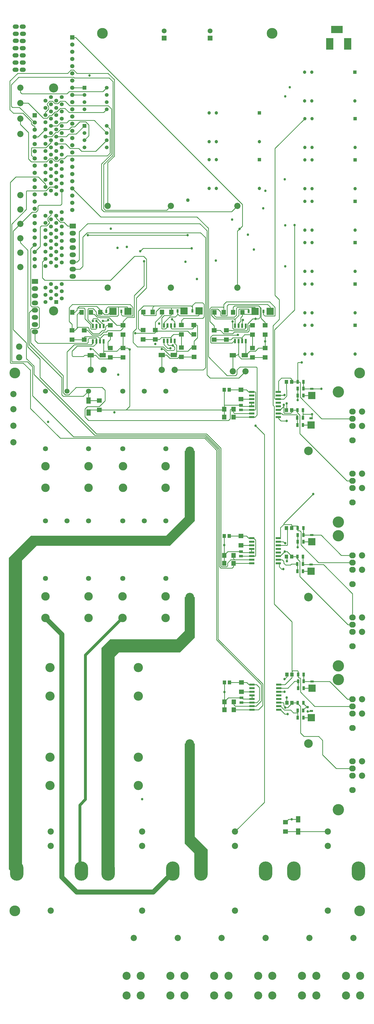
<source format=gbl>
G04*
G04 #@! TF.GenerationSoftware,Altium Limited,Altium Designer,24.4.1 (13)*
G04*
G04 Layer_Physical_Order=4*
G04 Layer_Color=16711680*
%FSLAX25Y25*%
%MOIN*%
G70*
G04*
G04 #@! TF.SameCoordinates,D6D0C77B-36A0-4D54-9E24-613302BCF265*
G04*
G04*
G04 #@! TF.FilePolarity,Positive*
G04*
G01*
G75*
%ADD10C,0.01000*%
%ADD16R,0.08858X0.06496*%
%ADD17R,0.06500X0.06000*%
%ADD18R,0.06000X0.06500*%
%ADD19R,0.04528X0.05709*%
%ADD20R,0.03000X0.05000*%
%ADD21R,0.10433X0.10000*%
%ADD24R,0.05787X0.03819*%
%ADD27R,0.02559X0.06004*%
%ADD79C,0.07000*%
%ADD80C,0.07087*%
%ADD81O,0.18898X0.26772*%
%ADD82C,0.08661*%
%ADD83C,0.12000*%
%ADD84O,0.09000X0.08300*%
%ADD85C,0.15748*%
%ADD86C,0.11811*%
%ADD87R,0.16000X0.10000*%
%ADD88R,0.10000X0.16000*%
%ADD89C,0.06791*%
%ADD90R,0.06791X0.06791*%
%ADD91R,0.04724X0.04724*%
%ADD92C,0.04724*%
%ADD93R,0.05248X0.05248*%
%ADD94C,0.05248*%
%ADD95C,0.11300*%
%ADD96C,0.08700*%
%ADD97C,0.14961*%
%ADD98O,0.08600X0.06000*%
%ADD99C,0.05906*%
%ADD100R,0.05906X0.05906*%
%ADD101C,0.12800*%
%ADD102O,0.09000X0.06500*%
%ADD103R,0.09000X0.06500*%
%ADD104C,0.12700*%
%ADD105C,0.05500*%
%ADD106R,0.05500X0.05500*%
%ADD107C,0.03400*%
%ADD108C,0.05000*%
%ADD109C,0.04000*%
%ADD110R,0.06496X0.08858*%
%ADD111R,0.03740X0.05709*%
%ADD112R,0.05000X0.03000*%
%ADD113R,0.10000X0.10433*%
%ADD114R,0.07677X0.02559*%
%ADD115C,0.05000*%
G36*
X660000Y907500D02*
X639500Y887000D01*
X554500Y887000D01*
X548500Y881000D01*
X548500Y583500D01*
X530000D01*
Y893500D01*
X542000Y905500D01*
X634500D01*
X646000Y917000D01*
Y964000D01*
X660000D01*
Y907500D01*
D02*
G37*
G36*
Y631000D02*
X678000Y613000D01*
Y583500D01*
Y583000D01*
Y582500D01*
X659500D01*
Y608000D01*
X646000Y621500D01*
Y760500D01*
X660000D01*
Y631000D01*
D02*
G37*
G36*
X660000Y1070000D02*
X625500Y1035500D01*
X440000D01*
X419500Y1015000D01*
Y578500D01*
X408500D01*
X401237Y585763D01*
Y1018737D01*
X432000Y1049500D01*
X620000D01*
X646000Y1075500D01*
Y1167500D01*
X660000D01*
X660000Y1070000D01*
D02*
G37*
D10*
X505900Y1365900D02*
X507000Y1364800D01*
X492800Y1360000D02*
X496000Y1363200D01*
X499200Y1368300D02*
X523500D01*
X496800Y1365900D02*
X505900D01*
X496800D02*
X499200Y1368300D01*
X496000Y1363200D02*
Y1365100D01*
X496800Y1365900D01*
X507000Y1351100D02*
Y1364800D01*
X548000Y1577500D02*
Y1683700D01*
X538976Y1568476D02*
X548000Y1577500D01*
X538976Y1508000D02*
Y1568476D01*
X533100Y1565600D02*
X546000Y1578500D01*
Y1681000D01*
X533100Y1504600D02*
Y1565600D01*
X539200Y1692500D02*
X548000Y1683700D01*
X537626Y1619500D02*
X542000Y1615126D01*
X539500Y1647500D02*
X544000Y1643000D01*
X530300Y1566400D02*
X544000Y1580100D01*
X542000Y1581400D02*
Y1615126D01*
X544000Y1580100D02*
Y1643000D01*
X538200Y1577600D02*
X542000Y1581400D01*
X540900Y1686100D02*
X546000Y1681000D01*
X726500Y1480000D02*
Y1510000D01*
X494000Y1742500D02*
X726500Y1510000D01*
X489500Y1742500D02*
X494000D01*
X787913Y1060000D02*
X789200Y1058713D01*
Y1036586D02*
Y1058713D01*
X744700Y1202300D02*
X757000Y1190000D01*
Y678846D02*
Y1190000D01*
X716154Y638000D02*
X757000Y678846D01*
X690500Y904672D02*
Y1168500D01*
Y904672D02*
X752700Y842472D01*
X754700Y813400D02*
Y843300D01*
X692500Y905500D02*
Y1169328D01*
Y905500D02*
X754700Y843300D01*
X752700Y819800D02*
Y842472D01*
X674000Y1185000D02*
X690500Y1168500D01*
X675657Y1189000D02*
X694500Y1170157D01*
X696500Y1007129D02*
Y1170985D01*
X694500Y1006300D02*
Y1170157D01*
X676485Y1191000D02*
X696500Y1170985D01*
X674828Y1187000D02*
X692500Y1169328D01*
X673828Y1191000D02*
X676485D01*
X662500Y1187000D02*
X674828D01*
X673000Y1189000D02*
X675657D01*
X472800Y1185000D02*
X674000D01*
X523219Y1191000D02*
X673828D01*
X520800Y1189000D02*
X673000D01*
X491200Y1187000D02*
X662500D01*
X701000Y1022250D02*
X701200Y1022450D01*
X696550Y1004250D02*
X712000D01*
X696500Y1007129D02*
X697379Y1006250D01*
X704621D01*
X694500Y1006300D02*
X696550Y1004250D01*
X701200Y1022450D02*
Y1036500D01*
X705768Y1007396D02*
Y1011468D01*
X704621Y1006250D02*
X705768Y1007396D01*
Y1011468D02*
X710300Y1016000D01*
X444649Y1269570D02*
X523219Y1191000D01*
X434000Y1244200D02*
X491200Y1187000D01*
X436000Y1273800D02*
X520800Y1189000D01*
X431293Y1226507D02*
X472800Y1185000D01*
X407000Y1473000D02*
X417000Y1483000D01*
X433547Y1499547D01*
X653146Y1151000D02*
Y1167500D01*
X415018Y1289492D02*
X421306D01*
X403000Y1290078D02*
Y1540700D01*
X403586Y1289492D02*
X415018D01*
X403000Y1290078D02*
X403586Y1289492D01*
X421306D02*
X431000Y1279799D01*
X803563Y1289914D02*
X804149Y1290500D01*
X803563Y1263500D02*
Y1289914D01*
X804149Y1290500D02*
X809000D01*
X784000Y1066500D02*
X825000Y1107500D01*
X784000Y1065100D02*
Y1066500D01*
X814367Y810541D02*
X817041D01*
X816390Y811000D02*
X817500D01*
X817041Y810541D02*
X817500Y811000D01*
Y805000D02*
X821744D01*
X822500Y805756D01*
X584000Y1445000D02*
X588000Y1449000D01*
X655956D01*
X524499Y1351250D02*
X530974Y1344775D01*
X518597Y1351250D02*
X524499D01*
X530974Y1344775D02*
X531125D01*
X532300Y1347975D02*
X537714D01*
X531125Y1344775D02*
X533000Y1342900D01*
X537714Y1347975D02*
X539240Y1349500D01*
X539500D01*
X527944Y1352700D02*
X540826D01*
X527394Y1353250D02*
X527944Y1352700D01*
X551525Y1342000D02*
X560100D01*
X540826Y1352700D02*
X551525Y1342000D01*
X518011Y1350664D02*
X518597Y1351250D01*
X518011Y1348160D02*
Y1350664D01*
X518000Y1348149D02*
X518011Y1348160D01*
X511000Y1349975D02*
Y1364500D01*
X517220Y1341957D02*
Y1343754D01*
X511000Y1349975D02*
X517220Y1343754D01*
X507000Y1351100D02*
X515200Y1342900D01*
X517220Y1341957D02*
X518000Y1341177D01*
X515200Y1337400D02*
Y1342900D01*
X524879Y1355250D02*
X528222D01*
X522889Y1357239D02*
X524879Y1355250D01*
X524050Y1353250D02*
X527394D01*
X520050Y1357250D02*
X524050Y1353250D01*
X522997Y1347903D02*
Y1347997D01*
Y1347903D02*
X528000Y1342900D01*
Y1341177D02*
Y1342900D01*
X518000Y1357250D02*
X520050D01*
X528222Y1355250D02*
X528772Y1354700D01*
X515500Y1359750D02*
X518000Y1357250D01*
X520900Y1362572D02*
X522889Y1360583D01*
X528772Y1354700D02*
X552000D01*
X515500Y1359750D02*
Y1360000D01*
X522889Y1357239D02*
Y1360583D01*
X520900Y1362572D02*
Y1363000D01*
X552000Y1354700D02*
X553800Y1356500D01*
X533000Y1341177D02*
Y1342900D01*
X525275Y1326325D02*
X528000Y1323555D01*
X506100Y1322000D02*
Y1325225D01*
X507200Y1326325D02*
X525275D01*
X506100Y1325225D02*
X507200Y1326325D01*
X523000Y1316800D02*
Y1323739D01*
X513325Y1324325D02*
X522414D01*
X523000Y1323739D01*
X511330Y1322330D02*
X513325Y1324325D01*
X517200Y1328500D02*
X528945D01*
X518100Y1330500D02*
X526945D01*
X519300Y1313100D02*
X523000Y1316800D01*
X515200Y1337400D02*
X516000Y1336600D01*
X522000D01*
X523000Y1337600D02*
Y1341177D01*
X522000Y1336600D02*
X523000Y1337600D01*
X787957Y1224000D02*
X788000Y1224043D01*
Y1233500D01*
X784193Y1220231D02*
Y1229206D01*
X784000Y1231500D02*
X784193Y1231307D01*
Y1229206D02*
Y1231307D01*
X780987Y1003013D02*
X783487D01*
X777694Y1006306D02*
X780987Y1003013D01*
X783487D02*
X783500Y1003000D01*
X777694Y1006306D02*
Y1010221D01*
X776602Y1011000D02*
X776914D01*
X777694Y1010221D01*
X776694Y1212306D02*
Y1214409D01*
X780000Y1209000D02*
X788000D01*
X776602Y1214500D02*
X776694Y1214409D01*
Y1212306D02*
X780000Y1209000D01*
X779662Y807500D02*
X785662Y801500D01*
X789500D01*
X788614Y1036000D02*
X789200Y1036586D01*
X785351Y1039200D02*
X786000D01*
X776602Y1036000D02*
X788614D01*
X776602Y1041000D02*
X783551D01*
X785351Y1039200D01*
X787957Y1020500D02*
X788500Y1019957D01*
Y1014000D02*
Y1019957D01*
X784025Y1239500D02*
X788200Y1243674D01*
Y1252267D01*
X776602Y1239500D02*
X784025D01*
X777911Y1244750D02*
X784750D01*
X777382Y1245280D02*
X777911Y1244750D01*
X787913Y1252553D02*
Y1263500D01*
X784750Y1244750D02*
X785000Y1245000D01*
X787913Y1252553D02*
X788200Y1252267D01*
X776602Y1244500D02*
X777382Y1245280D01*
X528000Y1323555D02*
X533445Y1329000D01*
X528945Y1328500D02*
X533045Y1332600D01*
X533445Y1329000D02*
X542600D01*
X533800Y1334600D02*
X535800Y1336600D01*
X526945Y1330500D02*
X531045Y1334600D01*
X535800Y1336600D02*
Y1340200D01*
X531045Y1334600D02*
X533800D01*
X533045Y1332600D02*
X536700D01*
X511330Y1318030D02*
Y1322330D01*
X512900Y1335700D02*
X518100Y1330500D01*
X510700Y1335000D02*
X517200Y1328500D01*
X616513Y1308987D02*
X624737Y1300763D01*
X614000Y1309000D02*
X614013Y1308987D01*
X624737Y1300763D02*
X630965D01*
X614013Y1308987D02*
X616513D01*
X616300Y1312200D02*
X621500Y1307000D01*
X580200Y1312200D02*
X616300D01*
X574100Y1318300D02*
X580200Y1312200D01*
X687500Y1355500D02*
X689750Y1353250D01*
X687500Y1355500D02*
Y1360000D01*
X689750Y1353250D02*
X715250D01*
X627500Y1356800D02*
Y1366500D01*
X611500D02*
X627500D01*
X640754D01*
X606000Y1361000D02*
X611500Y1366500D01*
X640754D02*
X645254Y1362000D01*
X603800Y1369200D02*
X655000D01*
X656860Y1367340D01*
X644800Y1351800D02*
X671200D01*
X641900Y1342500D02*
Y1348900D01*
X644800Y1351800D01*
X641600Y1342500D02*
X641900D01*
X606600Y1334000D02*
X650300D01*
X605100Y1335500D02*
X606600Y1334000D01*
X630500Y1307000D02*
X632000Y1308500D01*
X621500Y1307000D02*
X630500D01*
X632000Y1308500D02*
Y1311475D01*
X620737Y1300763D02*
X625500Y1296000D01*
X636100D01*
X614035Y1300763D02*
X620737D01*
X629579Y1313895D02*
X632000Y1311475D01*
X617000Y1315500D02*
Y1320323D01*
Y1315500D02*
X622300Y1310200D01*
X626305D01*
X623900Y1313900D02*
X629480D01*
X622000Y1315800D02*
X623900Y1313900D01*
X629480D02*
X629579Y1314000D01*
Y1313895D02*
Y1314000D01*
X634900Y1306000D02*
Y1314100D01*
X632000Y1317000D02*
X634900Y1314100D01*
X566914Y1310500D02*
X568914Y1308500D01*
X560100Y1310500D02*
X566914D01*
X568914Y1308500D02*
X569500D01*
Y1229500D02*
Y1308500D01*
X564500Y1224500D02*
X569500Y1229500D01*
X564500Y1224500D02*
X700000D01*
X634900Y1300763D02*
Y1306000D01*
X650400D01*
X512000Y1224500D02*
X527000D01*
X722400Y1026000D02*
X739300D01*
X722300Y1229500D02*
X739300D01*
X790679Y654929D02*
X804000D01*
X739300Y1026000D02*
Y1031000D01*
Y1229500D02*
Y1234500D01*
X810872Y1218500D02*
X823500D01*
Y1213756D02*
Y1218500D01*
X822500Y1212756D02*
X823500Y1213756D01*
X822000Y1212756D02*
X822500D01*
X810874Y1218617D02*
Y1224000D01*
X810849Y1216611D02*
X810874Y1218617D01*
X807000Y1242025D02*
X836833Y1212193D01*
X879748D01*
X807000Y1242025D02*
Y1262500D01*
X515000Y1309000D02*
X518000D01*
X526621Y1300379D01*
X531849D01*
X531964Y1300263D01*
X531965D01*
X758100Y1319750D02*
Y1329000D01*
Y1310500D02*
Y1319750D01*
X701000Y1036500D02*
Y1049000D01*
X701500Y832125D02*
Y845500D01*
Y818750D02*
Y832125D01*
X531965Y1300263D02*
X533000D01*
X531964Y1300263D02*
X531965Y1300263D01*
X740054Y1357300D02*
X744254Y1361500D01*
X729000Y1357300D02*
X740054D01*
X726500Y1359800D02*
Y1360000D01*
Y1359800D02*
X729000Y1357300D01*
X726500Y1355193D02*
Y1360000D01*
X719476Y1394500D02*
Y1472976D01*
X722500Y1476000D02*
X726500Y1480000D01*
X719476Y1472976D02*
X722500Y1476000D01*
X533000Y1300263D02*
Y1305900D01*
Y1319823D01*
Y1305900D02*
X551400D01*
X701000Y1231000D02*
Y1252500D01*
Y1231000D02*
X701035Y1231035D01*
X701000Y1225500D02*
Y1231000D01*
X701035Y1231035D02*
X724500D01*
X632000Y1341677D02*
Y1347000D01*
X628500Y1350500D02*
X632000Y1347000D01*
X617000Y1345500D02*
X625200Y1353700D01*
X632898D01*
X635998Y1356800D01*
X527000Y1224500D02*
X564500D01*
X512000Y1220571D02*
Y1224500D01*
X700000D02*
X701000Y1225500D01*
X744214Y1249500D02*
X744800Y1248914D01*
Y1225300D02*
Y1248914D01*
X735000Y1249500D02*
X744214D01*
X806347Y1263153D02*
X807000Y1262500D01*
X803563Y1263500D02*
X803910Y1263153D01*
X806347D01*
X795000Y1263500D02*
X803563D01*
X795000D02*
Y1267200D01*
X776700Y1249500D02*
Y1264500D01*
X780800Y1268600D01*
X771900Y1383656D02*
Y1587900D01*
X813500Y1629500D01*
X771900Y1383656D02*
X777900Y1377656D01*
X509447Y1623797D02*
X512500Y1620743D01*
X499900Y1625000D02*
X508243D01*
X509447Y1623797D01*
X509447D01*
X512500Y1605626D02*
Y1620743D01*
X506374Y1599500D02*
X512500Y1605626D01*
X492900Y1618000D02*
X499900Y1625000D01*
X520126Y1627000D02*
X537626Y1609500D01*
X485000Y1627000D02*
X520126D01*
X481750Y1623750D02*
X485000Y1627000D01*
X742300Y1046000D02*
X744800Y1043500D01*
X744000Y1021000D02*
X744800Y1021800D01*
Y1043500D01*
X739398Y1021000D02*
X744000D01*
X724500D02*
X739398D01*
Y1046000D02*
X742300D01*
X735000D02*
X739398D01*
X740600Y1297500D02*
X758100D01*
X744471Y1306000D02*
X748971Y1310500D01*
X740400Y1297500D02*
X740600D01*
X748971Y1310500D02*
X758100D01*
X736882Y1306000D02*
X744471D01*
X744000Y1214500D02*
X746800Y1217300D01*
X739398Y1214500D02*
X744000D01*
X746800Y1217300D02*
Y1283200D01*
X724500Y1224500D02*
X739398D01*
X744000D02*
X744800Y1225300D01*
X739398Y1224500D02*
X744000D01*
X745900Y1284100D02*
X746800Y1283200D01*
X723000Y1284100D02*
X745900D01*
X731146Y1300263D02*
X736882Y1306000D01*
X729964Y1300263D02*
X731146D01*
X731000Y1301299D02*
Y1320000D01*
X729964Y1300263D02*
X731000Y1301299D01*
X799000Y1363485D02*
Y1481500D01*
X771200Y1335685D02*
X799000Y1363485D01*
X772200Y1239500D02*
X776602D01*
X803500Y1238000D02*
Y1244500D01*
X788225Y817232D02*
X788457Y817000D01*
X788225Y817232D02*
Y824224D01*
X811311Y807484D02*
X814367Y810541D01*
X811374Y816016D02*
X816390Y811000D01*
X811374Y816016D02*
Y817000D01*
X811311Y806500D02*
Y807484D01*
X786360Y810789D02*
X786649Y810500D01*
X785075Y806900D02*
X793700D01*
X786071Y810500D02*
Y811137D01*
X793700Y806900D02*
X797400Y803200D01*
X786649Y810500D02*
X789634D01*
X784127Y813081D02*
X786071Y811137D01*
X784127Y813081D02*
Y816514D01*
X789634Y810500D02*
X795543Y816409D01*
X782558Y809417D02*
X785075Y806900D01*
X777102Y812500D02*
X779662D01*
X782558Y809417D02*
Y809604D01*
X795543Y816409D02*
Y817000D01*
X783141Y817500D02*
X784127Y816514D01*
X779662Y812500D02*
X782558Y809604D01*
X777102Y807500D02*
X779662D01*
X777102Y817500D02*
X783141D01*
X794721Y1010000D02*
X802937D01*
X793521Y1008800D02*
X794721Y1010000D01*
X786674Y1008800D02*
X793521D01*
X784308Y1011167D02*
X786674Y1008800D01*
X784308Y1011167D02*
Y1013633D01*
X781941Y1016000D02*
X784308Y1013633D01*
X776602Y1016000D02*
X781941D01*
X803500Y1033500D02*
Y1041000D01*
X785500Y1027339D02*
Y1027500D01*
X779162Y1021000D02*
X785500Y1027339D01*
X788700Y1027434D02*
X795043Y1021091D01*
X785566Y1027434D02*
X788700D01*
X785500Y1027500D02*
X785566Y1027434D01*
X776602Y1021000D02*
X779162D01*
X795043Y1020500D02*
Y1021091D01*
X533100Y1504600D02*
X535550Y1502150D01*
X530300Y1503500D02*
X533650Y1500150D01*
X535550Y1502150D02*
X621126D01*
X626976Y1508000D01*
X711626Y1500150D02*
X719476Y1508000D01*
X533650Y1500150D02*
X711626D01*
X779162Y1224500D02*
X783868Y1229206D01*
X784193Y1220231D02*
X784778Y1219645D01*
X793889D01*
X776602Y1224500D02*
X779162D01*
X404500Y1646733D02*
X406083Y1645150D01*
X402500Y1681617D02*
X413383Y1692500D01*
X402500Y1641883D02*
Y1681617D01*
Y1641883D02*
X407350Y1637033D01*
X404500Y1676467D02*
X414986Y1686953D01*
X404500Y1646733D02*
Y1676467D01*
X417036Y1621547D02*
Y1629500D01*
X432547Y1622156D02*
Y1625453D01*
X435156Y1619547D02*
X436414D01*
X407350Y1637033D02*
X420967D01*
X432547Y1625453D01*
Y1622156D02*
X435156Y1619547D01*
X437000Y1614000D02*
Y1618961D01*
X436414Y1619547D02*
X437000Y1618961D01*
X482150Y1664150D02*
X485000Y1667000D01*
X419062Y1664150D02*
X482150D01*
X417036Y1666175D02*
X419062Y1664150D01*
X417036Y1666175D02*
Y1672500D01*
X485000Y1667000D02*
X532126D01*
X428500Y1573500D02*
Y1610083D01*
Y1573500D02*
X432500Y1569500D01*
X417036Y1621547D02*
X428500Y1610083D01*
X441453Y1502156D02*
Y1507453D01*
X438844Y1499547D02*
X441453Y1502156D01*
Y1507453D02*
X443000Y1509000D01*
X473100D01*
X433547Y1499547D02*
X438844D01*
X407000Y1336200D02*
Y1473000D01*
Y1336200D02*
X425500Y1317700D01*
X405586Y1291492D02*
X427008D01*
X403000Y1540700D02*
X410800Y1548500D01*
X405000Y1292078D02*
X405586Y1291492D01*
X405000Y1292078D02*
Y1482727D01*
X425500Y1503227D01*
X410800Y1548500D02*
X442189D01*
X426086Y1529100D02*
X452811D01*
X425500Y1528514D02*
X426086Y1529100D01*
X425500Y1503227D02*
Y1528514D01*
X417000Y1457000D02*
Y1463000D01*
X425500Y1295828D02*
X436000Y1285328D01*
X425500Y1295828D02*
Y1317700D01*
X417000Y1457000D02*
X427500Y1446500D01*
Y1312200D02*
X444649Y1295051D01*
X427500Y1312200D02*
Y1446500D01*
X429500Y1359700D02*
X432800Y1363000D01*
X431500Y1336600D02*
X432700Y1337800D01*
X431500Y1317600D02*
Y1336600D01*
X429500Y1314700D02*
Y1359700D01*
X431500Y1317600D02*
X476957Y1272143D01*
X429500Y1314700D02*
X474957Y1269243D01*
X432700Y1337800D02*
X441600D01*
X431500Y1448500D02*
X437000Y1454000D01*
X431500Y1369600D02*
Y1448500D01*
Y1369600D02*
X433300Y1367800D01*
X432800Y1363000D02*
X437500D01*
X811437Y1253756D02*
X823000D01*
X811437Y1050256D02*
X823000D01*
X795000Y1063091D02*
X803563D01*
X779500Y1046000D02*
Y1060600D01*
X810800Y1010011D02*
Y1020500D01*
X810811Y1009256D02*
X822000D01*
X811937Y846756D02*
X823500D01*
X554000Y899500D02*
X632481D01*
X539346Y884846D02*
X554000Y899500D01*
X632481D02*
X653146Y920165D01*
X495797Y1692500D02*
X539200D01*
X413383D02*
X483203D01*
X491344Y1686953D02*
X492197Y1686100D01*
X540900D01*
X491344Y1696953D02*
X495797Y1692500D01*
X483203D02*
X487656Y1696953D01*
X414986Y1686953D02*
X491344D01*
X487656Y1696953D02*
X491344D01*
X431000Y1226800D02*
Y1279799D01*
Y1226800D02*
X431293Y1226507D01*
X436000Y1273800D02*
Y1285328D01*
X427008Y1291492D02*
X434000Y1284500D01*
Y1244200D02*
Y1284500D01*
X476957Y1248411D02*
X479911Y1245457D01*
X474957Y1245300D02*
X476800Y1243457D01*
X484800Y1245457D02*
X494943Y1255600D01*
X474957Y1245300D02*
Y1269243D01*
X476800Y1243457D02*
X504957D01*
X512100Y1209700D02*
X707200D01*
X507200Y1214600D02*
Y1225600D01*
X444649Y1269570D02*
Y1295051D01*
X504957Y1243457D02*
X512000Y1250500D01*
X507200Y1214600D02*
X512100Y1209700D01*
X479911Y1245457D02*
X484800D01*
X507200Y1225600D02*
X510600Y1229000D01*
X494943Y1255600D02*
X531200D01*
X476957Y1248411D02*
Y1272143D01*
X707200Y1209700D02*
X709500Y1212000D01*
X701000Y1022250D02*
X706285Y1027535D01*
X701000Y1022000D02*
Y1022250D01*
X706285Y1027535D02*
X724500D01*
X701000Y1011000D02*
Y1022000D01*
X739898Y822500D02*
Y827500D01*
X701500Y818500D02*
Y818750D01*
Y807500D02*
Y818500D01*
X706785Y824035D02*
X725000D01*
X701500Y818750D02*
X706785Y824035D01*
X727520Y822500D02*
X739898D01*
X725984Y824035D02*
X727520Y822500D01*
X725000Y824035D02*
X725984D01*
X786750Y651000D02*
X790679Y654929D01*
X786500Y651000D02*
X786750D01*
X795000Y1063091D02*
Y1065100D01*
X795500Y860254D02*
Y929700D01*
Y856500D02*
Y860254D01*
X542400Y1295500D02*
Y1297500D01*
X721000Y1302400D02*
Y1320000D01*
Y1299300D02*
Y1302400D01*
X740400Y1295500D02*
Y1297500D01*
X715600Y1016000D02*
X739398D01*
X710300D02*
X715600D01*
X751000Y1355200D02*
Y1367100D01*
Y1353200D02*
Y1355200D01*
Y1367100D02*
X752500Y1365600D01*
X743100Y1351000D02*
X744700D01*
X740800D02*
X743100D01*
X810811Y1213500D02*
X810849Y1216611D01*
X553800Y1367800D02*
X566316D01*
X539400D02*
X553800D01*
X496000Y1337900D02*
X497600Y1339500D01*
X635998Y1357902D02*
Y1362000D01*
Y1356800D02*
Y1357902D01*
X656860Y1367340D02*
Y1369600D01*
X588800Y1369200D02*
X603800D01*
X719300Y1366900D02*
X744254D01*
X715300Y1351100D02*
X715994Y1350406D01*
X700500Y1366400D02*
Y1371200D01*
Y1360000D02*
Y1366400D01*
X803600Y1244500D02*
Y1252963D01*
Y1041000D02*
Y1049463D01*
X802937Y1009000D02*
X803000D01*
X804100Y837500D02*
Y845963D01*
X803437Y801463D02*
Y803200D01*
X797400D02*
X803437D01*
X539200Y1310500D02*
Y1319000D01*
X627000Y1324000D02*
Y1326100D01*
X726000Y1323400D02*
Y1325400D01*
X771200Y1240500D02*
Y1335685D01*
Y1240500D02*
X772200Y1239500D01*
X777102Y832500D02*
X785300D01*
X788413Y853013D02*
Y856500D01*
X785300Y849900D02*
X788413Y853013D01*
X714600Y1320000D02*
X716000D01*
X712000Y1317400D02*
X714600Y1320000D01*
X683200Y1317400D02*
X712000D01*
X682300Y1318300D02*
X683200Y1317400D01*
X682300Y1318300D02*
Y1325600D01*
X685200Y1328500D01*
X719900D01*
X720100Y1328700D01*
X482000Y1250500D02*
Y1304900D01*
X492200Y1315100D01*
X516000D01*
X518000Y1317100D01*
Y1319823D01*
X511300Y1467300D02*
X650000D01*
X803000Y1017200D02*
Y1020500D01*
Y1017200D02*
X806400Y1013800D01*
Y992857D02*
Y1013800D01*
Y992857D02*
X873600Y925657D01*
X879748D01*
X857243Y725657D02*
X879748D01*
X838300Y744600D02*
X857243Y725657D01*
X838300Y744600D02*
Y764800D01*
X832700Y770400D02*
X838300Y764800D01*
X812000Y770400D02*
X832700D01*
X807400Y775000D02*
X812000Y770400D01*
X807400Y775000D02*
Y812100D01*
X803500Y816000D02*
X807400Y812100D01*
X803500Y816000D02*
Y817000D01*
X776602Y1249500D02*
X776700D01*
X776602Y1046000D02*
X779500D01*
Y1060600D02*
X784000Y1065100D01*
X795000D01*
X447900Y1430200D02*
X452200Y1434500D01*
X447900Y1407900D02*
Y1430200D01*
Y1407900D02*
X451200Y1404600D01*
X542800D01*
X576100Y1437900D01*
X588800D01*
X592800Y1433900D01*
Y1394200D02*
Y1433900D01*
X578700Y1380100D02*
X592800Y1394200D01*
X578700Y1337400D02*
Y1380100D01*
X574100Y1332800D02*
X578700Y1337400D01*
X574100Y1318300D02*
Y1332800D01*
X622000Y1315800D02*
Y1320323D01*
X490000Y1420000D02*
X500100D01*
X504100Y1424000D01*
Y1464800D01*
X510100Y1470800D01*
X668100D01*
X675000Y1463900D01*
Y1283200D02*
Y1463900D01*
X671800Y1280000D02*
X675000Y1283200D01*
X632000Y1280000D02*
X671800D01*
X627000Y1338100D02*
Y1341677D01*
Y1338100D02*
X628000Y1337100D01*
X656800D01*
X658900Y1339200D01*
Y1342500D01*
X726000Y1347900D02*
X727200Y1349100D01*
X712000Y1004250D02*
X714000Y1006250D01*
Y1011000D01*
X530300Y1503500D02*
Y1566400D01*
X485700Y1647500D02*
X539500D01*
X479450Y1653750D02*
X485700Y1647500D01*
X472939Y1653750D02*
X479450D01*
X469439Y1650250D02*
X472939Y1653750D01*
X465439Y1650250D02*
X469439D01*
X461939Y1653750D02*
X465439Y1650250D01*
X457939Y1653750D02*
X461939D01*
X454400Y1650211D02*
X457939Y1653750D01*
X454400Y1648311D02*
Y1650211D01*
Y1648311D02*
X456450Y1646261D01*
Y1642739D02*
Y1646261D01*
X452200Y1638489D02*
X456450Y1642739D01*
X452200Y1634500D02*
Y1638489D01*
X704100Y1335000D02*
X710800D01*
X733800Y1336100D02*
Y1344000D01*
X715400Y1369100D02*
X749000D01*
X713500Y1360000D02*
Y1367200D01*
X715400Y1369100D01*
X749000D02*
X751000Y1367100D01*
X748800Y1351000D02*
X751000Y1353200D01*
X744700Y1351000D02*
X748800D01*
X536860Y1361240D02*
Y1365260D01*
X539400Y1367800D01*
X566316D02*
X567116Y1361500D01*
X511000Y1364500D02*
X512000Y1365500D01*
X518400D01*
X520900Y1363000D01*
X553800Y1356500D02*
Y1367800D01*
X497600Y1339500D02*
X511000D01*
X512900Y1337600D01*
Y1335700D02*
Y1337600D01*
X535800Y1340200D02*
X537600Y1342000D01*
X542600D01*
X499200Y1360000D02*
X502500D01*
X496000Y1356800D02*
X499200Y1360000D01*
X496000Y1337900D02*
Y1356800D01*
X493100Y1335000D02*
X496000Y1337900D01*
X489100Y1335000D02*
X493100D01*
X601500Y1366900D02*
X603800Y1369200D01*
X601500Y1360500D02*
Y1366900D01*
X656860Y1362000D02*
Y1367340D01*
X581400Y1361800D02*
X588800Y1369200D01*
X581400Y1337600D02*
Y1361800D01*
Y1337600D02*
X583500Y1335500D01*
X588100D01*
X734998Y1361500D02*
Y1364857D01*
X722314D02*
X734998D01*
X721457Y1364000D02*
X722314Y1364857D01*
X721457Y1355869D02*
Y1364000D01*
X715994Y1350406D02*
X721457Y1355869D01*
X715994Y1350406D02*
X716000Y1350400D01*
Y1341354D02*
Y1350400D01*
X528000Y1319823D02*
Y1323555D01*
X533126Y1638000D02*
X537626Y1642500D01*
X485000Y1638000D02*
X533126D01*
X479250Y1643750D02*
X485000Y1638000D01*
X472939Y1643750D02*
X479250D01*
X467939Y1638750D02*
X472939Y1643750D01*
X465439Y1638750D02*
X467939D01*
X460439Y1633750D02*
X465439Y1638750D01*
X457939Y1633750D02*
X460439D01*
X454389Y1630200D02*
X457939Y1633750D01*
X449000Y1630200D02*
X454389D01*
X428200Y1651000D02*
X449000Y1630200D01*
X417036Y1651000D02*
X428200D01*
X803437Y803200D02*
Y806500D01*
X799300Y847000D02*
X804063D01*
X789800Y837500D02*
X799300Y847000D01*
X777102Y837500D02*
X789800D01*
X735500Y842500D02*
X739898D01*
X732500Y845500D02*
X735500Y842500D01*
X725000Y845500D02*
X732500D01*
X732000Y1049000D02*
X735000Y1046000D01*
X724500Y1049000D02*
X732000D01*
Y1252500D02*
X735000Y1249500D01*
X724500Y1252500D02*
X732000D01*
X733800Y1344000D02*
X740800Y1351000D01*
X732500Y1334800D02*
X733800Y1336100D01*
X711000Y1334800D02*
X732500D01*
X710800Y1335000D02*
X711000Y1334800D01*
X605100Y1335500D02*
Y1346500D01*
X614500Y1355900D01*
Y1360500D01*
X406083Y1645150D02*
X415850D01*
X437000Y1624000D01*
X739898Y812500D02*
X745400D01*
X752700Y819800D01*
X442189Y1548500D02*
X452200Y1538489D01*
Y1534500D02*
Y1538489D01*
X433300Y1367800D02*
X441600D01*
X443500Y1365900D01*
Y1339700D02*
Y1365900D01*
X441600Y1337800D02*
X443500Y1339700D01*
X531200Y1255600D02*
X535200Y1251600D01*
Y1237000D02*
Y1251600D01*
X527200Y1229000D02*
X535200Y1237000D01*
X510600Y1229000D02*
X527200D01*
X709500Y1212000D02*
Y1224600D01*
X710400Y1225500D01*
X714000D01*
X632000Y1317000D02*
Y1320323D01*
X655400Y1311000D02*
X659100D01*
X650400Y1306000D02*
X655400Y1311000D01*
X658900Y1342500D02*
X662800D01*
X663700Y1341600D01*
Y1324800D02*
Y1341600D01*
X659100Y1320200D02*
X663700Y1324800D01*
X659100Y1311000D02*
Y1320200D01*
X506500Y1300263D02*
X515035D01*
X505037Y1298800D02*
X506500Y1300263D01*
X490300Y1298800D02*
X505037D01*
X489100Y1300000D02*
X490300Y1298800D01*
X489100Y1300000D02*
Y1306000D01*
X496200Y1313100D01*
X519300D01*
X770800Y954400D02*
X795500Y929700D01*
X770800Y954400D02*
Y1229220D01*
X769200Y1230820D02*
X770800Y1229220D01*
X769200Y1230820D02*
Y1341523D01*
X777900Y1350223D01*
Y1377656D01*
X780800Y1268600D02*
X793600D01*
X795000Y1267200D01*
X577300Y1331000D02*
X604100D01*
X605100Y1332000D01*
Y1335500D01*
X589600Y1397200D02*
Y1431000D01*
X575900Y1383500D02*
X589600Y1397200D01*
X575900Y1352900D02*
Y1383500D01*
X565800Y1352900D02*
X575900D01*
X560100Y1347200D02*
X565800Y1352900D01*
X560100Y1342000D02*
Y1347200D01*
X489100Y1335000D02*
Y1343400D01*
X485000Y1347500D02*
X489100Y1343400D01*
X485000Y1347500D02*
Y1366400D01*
X489600Y1371000D01*
X570100D01*
X573900Y1367200D01*
Y1354900D02*
Y1367200D01*
X559760Y1354900D02*
X573900D01*
X557860Y1356800D02*
X559760Y1354900D01*
X557860Y1356800D02*
Y1361500D01*
X739898Y807500D02*
X748800D01*
X754700Y813400D01*
X452811Y1529100D02*
X458211Y1534500D01*
X467200D01*
X714100Y1336800D02*
X729500D01*
X731000Y1338300D01*
Y1341354D01*
X758100Y1342000D02*
Y1346200D01*
X752500Y1351800D02*
X758100Y1346200D01*
X752500Y1351800D02*
Y1365600D01*
X721565Y1268600D02*
X730965Y1278000D01*
X681600Y1268600D02*
X721565D01*
X677000Y1273200D02*
X681600Y1268600D01*
X677000Y1273200D02*
Y1473600D01*
X667100Y1483500D02*
X677000Y1473600D01*
X510800Y1483500D02*
X667100D01*
X499200Y1471900D02*
X510800Y1483500D01*
X499200Y1433200D02*
Y1471900D01*
X496000Y1430000D02*
X499200Y1433200D01*
X490000Y1430000D02*
X496000D01*
X489500Y1532500D02*
X529200Y1492800D01*
X663100D01*
X679000Y1476900D01*
Y1298400D02*
Y1476900D01*
Y1298400D02*
X705300Y1272100D01*
X716800D01*
X718900Y1274200D01*
Y1280000D01*
X723000Y1284100D01*
X671200Y1351800D02*
X673000Y1353600D01*
Y1371400D01*
X670900Y1373500D02*
X673000Y1371400D01*
X660760Y1373500D02*
X670900D01*
X656860Y1369600D02*
X660760Y1373500D01*
X804063Y852800D02*
Y856500D01*
Y852800D02*
X805063Y851800D01*
X806400D01*
X807500Y850700D01*
Y832000D02*
Y850700D01*
Y832000D02*
X827307Y812193D01*
X879748D01*
X803563Y1060000D02*
Y1063091D01*
X795000Y1060000D02*
Y1063091D01*
X472939Y1623750D02*
X481750D01*
X468689Y1619500D02*
X472939Y1623750D01*
X459700Y1619500D02*
X468689D01*
X539346Y583000D02*
Y884846D01*
X687100Y1335000D02*
X695700D01*
X700200Y1330500D01*
X712871D01*
X715171Y1332800D01*
X734290D01*
X735890Y1334400D01*
Y1341890D01*
X736000Y1342000D01*
X740600D01*
X432500Y1569500D02*
X453689D01*
X457939Y1573750D01*
X461939D01*
X465439Y1570250D01*
X469439D01*
X472939Y1573750D01*
X478150D01*
X482000Y1577600D01*
X538200D01*
X739898Y842500D02*
X746226D01*
X750326Y838400D01*
Y821026D02*
Y838400D01*
X746800Y817500D02*
X750326Y821026D01*
X739898Y817500D02*
X746800D01*
X755860Y1356800D02*
Y1361500D01*
Y1356800D02*
X757695Y1354965D01*
X771900D01*
Y1367175D01*
X764375Y1374700D02*
X771900Y1367175D01*
X704000Y1374700D02*
X764375D01*
X700500Y1371200D02*
X704000Y1374700D01*
X687100Y1335000D02*
Y1341400D01*
X681000Y1347500D02*
X687100Y1341400D01*
X681000Y1347500D02*
Y1365200D01*
X683200Y1367400D01*
X699500D01*
X700500Y1366400D01*
X795500Y852100D02*
Y856500D01*
X785900Y842500D02*
X795500Y852100D01*
X777102Y842500D02*
X785900D01*
X635998Y1357902D02*
X638500Y1355400D01*
X664800D01*
X666116Y1356716D01*
Y1362000D01*
X617000Y1341677D02*
Y1345500D01*
X712800Y1338100D02*
Y1347400D01*
Y1338100D02*
X714100Y1336800D01*
X467200Y1594500D02*
X480000D01*
X486500Y1588000D01*
X498600D01*
X502600Y1584000D01*
X522126D01*
X537626Y1599500D01*
X532126Y1667000D02*
X537626Y1672500D01*
X879748Y935657D02*
Y968852D01*
X839344Y1009256D02*
X879748Y968852D01*
X822000Y1009256D02*
X839344D01*
X832407Y1012193D02*
X879748D01*
X808000Y1036600D02*
X832407Y1012193D01*
X808000Y1036600D02*
Y1054800D01*
X806400Y1056400D02*
X808000Y1054800D01*
X803563Y1056400D02*
X806400D01*
X803563D02*
Y1060000D01*
X872043Y1125657D02*
X879748D01*
X806400Y1191300D02*
X872043Y1125657D01*
X806400Y1191300D02*
Y1216900D01*
X803000Y1220300D02*
X806400Y1216900D01*
X803000Y1220300D02*
Y1224000D01*
X793889Y1219645D02*
X795043Y1220800D01*
Y1224000D01*
X560100Y1337900D02*
Y1342000D01*
X556800Y1334600D02*
X560100Y1337900D01*
X538700Y1334600D02*
X556800D01*
X536700Y1332600D02*
X538700Y1334600D01*
X506100Y1335000D02*
X510700D01*
X724000Y1352693D02*
X726500Y1355193D01*
X724000Y1347800D02*
Y1352693D01*
X721000Y1344800D02*
X724000Y1347800D01*
X721000Y1341354D02*
Y1344800D01*
X654800Y1329500D02*
X658900D01*
X650300Y1334000D02*
X654800Y1329500D01*
X626400Y1355700D02*
X627500Y1356800D01*
X617600Y1355700D02*
X626400D01*
X614220Y1352320D02*
X617600Y1355700D01*
X614220Y1337175D02*
Y1352320D01*
Y1337175D02*
X619175D01*
X622000Y1340000D01*
Y1341677D01*
X765116Y1361500D02*
Y1367584D01*
X761600Y1371100D02*
X765116Y1367584D01*
X707200Y1371100D02*
X761600D01*
X705000Y1368900D02*
X707200Y1371100D01*
X705000Y1355250D02*
Y1368900D01*
X696800Y1355250D02*
X705000D01*
X696000Y1356050D02*
X696800Y1355250D01*
X696000Y1356050D02*
Y1360800D01*
X692000Y1364800D02*
X696000Y1360800D01*
X683800Y1364800D02*
X692000D01*
X683000Y1364000D02*
X683800Y1364800D01*
X683000Y1356100D02*
Y1364000D01*
Y1356100D02*
X688000Y1351100D01*
X715300D01*
X715250Y1353250D02*
X718000Y1356000D01*
Y1365600D01*
X719300Y1366900D01*
X744254Y1361500D02*
Y1366900D01*
X823500Y846756D02*
X848237D01*
X872800Y822193D01*
X879748D01*
X823000Y1050256D02*
X836200D01*
X864263Y1022193D01*
X879748D01*
X727200Y1349100D02*
Y1349500D01*
X726000Y1341354D02*
Y1347900D01*
X459700Y1495511D02*
Y1499500D01*
X455450Y1491261D02*
X459700Y1495511D01*
X455450Y1487739D02*
Y1491261D01*
Y1487739D02*
X457600Y1485589D01*
Y1483889D02*
Y1485589D01*
X453961Y1480250D02*
X457600Y1483889D01*
X446400Y1480250D02*
X453961D01*
X444700Y1478550D02*
X446400Y1480250D01*
X444700Y1451700D02*
Y1478550D01*
X437000Y1444000D02*
X444700Y1451700D01*
X494874Y1608000D02*
X506374Y1619500D01*
X484800Y1608000D02*
X494874D01*
X481300Y1604500D02*
X484800Y1608000D01*
X467200Y1604500D02*
X481300D01*
X488400Y1618000D02*
X492900D01*
X484900Y1614500D02*
X488400Y1618000D01*
X473211Y1614500D02*
X484900D01*
X468961Y1610250D02*
X473211Y1614500D01*
X466461Y1610250D02*
X468961D01*
X460711Y1604500D02*
X466461Y1610250D01*
X452200Y1604500D02*
X460711D01*
X473100Y1509000D02*
X474700Y1510600D01*
Y1529500D01*
X437500Y1321200D02*
Y1333000D01*
Y1321200D02*
X441600Y1317100D01*
X510400D01*
X511330Y1318030D01*
X432500Y1578500D02*
X437000Y1574000D01*
X432500Y1578500D02*
Y1588500D01*
X433000Y1589000D01*
X452711D01*
X459700Y1595989D01*
Y1599500D01*
X528500Y1360000D02*
Y1363300D01*
X523500Y1368300D02*
X528500Y1363300D01*
X489500Y1360000D02*
X492800D01*
X556000Y1310500D02*
X560100D01*
X551400Y1305900D02*
X556000Y1310500D01*
X724800Y1295500D02*
X740400D01*
X721000Y1299300D02*
X724800Y1295500D01*
X715200Y1219500D02*
X739398D01*
X714000Y1220700D02*
X715200Y1219500D01*
X714000Y1220700D02*
Y1225500D01*
X467200Y1490989D02*
Y1494500D01*
Y1490989D02*
X472939Y1485250D01*
X477850D01*
X483100Y1480000D01*
X490000D01*
X606000Y1355700D02*
Y1361000D01*
X589600Y1355700D02*
X606000D01*
X588500Y1356800D02*
X589600Y1355700D01*
X588500Y1356800D02*
Y1360500D01*
X714500Y807500D02*
X739898D01*
X714500Y814400D02*
Y818500D01*
Y814400D02*
X716400Y812500D01*
X739898D01*
X714000Y1017600D02*
X715600Y1016000D01*
X714000Y1017600D02*
Y1022000D01*
Y1214500D02*
X739398D01*
X804063Y856500D02*
Y860691D01*
X803200Y861554D02*
X804063Y860691D01*
X796800Y861554D02*
X803200D01*
X795500Y860254D02*
X796800Y861554D01*
X441700Y1604000D02*
X452200Y1614500D01*
X437000Y1604000D02*
X441700D01*
X489500Y1672500D02*
X506374D01*
X489500Y1662500D02*
X506374D01*
X802937Y1213500D02*
Y1216800D01*
X802092Y1217645D02*
X802937Y1216800D01*
X782947Y1217645D02*
X802092D01*
X781093Y1219500D02*
X782947Y1217645D01*
X776602Y1219500D02*
X781093D01*
X542600Y1322400D02*
Y1329000D01*
X539200Y1319000D02*
X542600Y1322400D01*
X539200Y1310500D02*
X542600D01*
X802937Y1208463D02*
Y1213500D01*
Y1208463D02*
X803000Y1208400D01*
Y1203500D02*
Y1208400D01*
X714000Y1011000D02*
X739398D01*
X804000Y837500D02*
X804100D01*
X804063Y846000D02*
X804100Y845963D01*
X804063Y846000D02*
Y847000D01*
X803500Y1041000D02*
X803600D01*
X803563Y1049500D02*
X803600Y1049463D01*
X803563Y1049500D02*
Y1050500D01*
X803500Y1244500D02*
X803600D01*
X803563Y1253000D02*
X803600Y1252963D01*
X803563Y1253000D02*
Y1254000D01*
X560100Y1310500D02*
Y1329000D01*
X627000Y1326100D02*
X630400Y1329500D01*
X641600D01*
X726000Y1325400D02*
X729600Y1329000D01*
X740600D01*
X823000Y1253756D02*
X836344D01*
X726000Y1320000D02*
Y1323400D01*
X724800Y1324600D02*
X726000Y1323400D01*
X713200Y1324600D02*
X724800D01*
X710600Y1322000D02*
X713200Y1324600D01*
X704100Y1322000D02*
X710600D01*
X718863Y1300263D02*
X721000Y1302400D01*
X713035Y1300263D02*
X718863D01*
X740600Y1310500D02*
Y1329000D01*
X542400Y1297500D02*
X542600D01*
X526763Y1295500D02*
X542400D01*
X522000Y1300263D02*
X526763Y1295500D01*
X515035Y1300263D02*
X522000D01*
X636100Y1296000D02*
X638100Y1298000D01*
X641600D01*
X627000Y1320323D02*
Y1324000D01*
X626100Y1324900D02*
X627000Y1324000D01*
X613500Y1324900D02*
X626100D01*
X611100Y1322500D02*
X613500Y1324900D01*
X605100Y1322500D02*
X611100D01*
X810811Y1009256D02*
Y1010000D01*
X811937Y846756D02*
Y847000D01*
X811437Y1253756D02*
Y1254000D01*
Y1050256D02*
Y1050500D01*
X803500Y796500D02*
Y801400D01*
X803437Y801463D02*
X803500Y801400D01*
X802937Y1009000D02*
Y1010000D01*
X803000Y1000000D02*
Y1009000D01*
X810800Y1020500D02*
X810874D01*
X810800Y1010011D02*
X810811Y1010000D01*
X641600Y1311000D02*
Y1329500D01*
X725000Y817500D02*
X739898D01*
X811874Y837500D02*
X823500D01*
X811374Y1244500D02*
X823000D01*
X811374Y1041000D02*
X823000D01*
X811374Y796500D02*
X822500D01*
X810874Y1000000D02*
X822000D01*
X810874Y1203500D02*
X822000D01*
X811900Y847037D02*
X811937Y847000D01*
X811900Y847037D02*
Y856463D01*
X811937Y856500D01*
X811400Y1254037D02*
X811437Y1254000D01*
X811400Y1254037D02*
Y1263463D01*
X811437Y1263500D01*
X811400Y1050537D02*
X811437Y1050500D01*
X811400Y1050537D02*
Y1059963D01*
X811437Y1060000D01*
X795543Y817000D02*
X803500D01*
X795043Y1020500D02*
X803000D01*
X795043Y1224000D02*
X803000D01*
X739300Y1026000D02*
X739398D01*
X739300Y1031000D02*
X739398D01*
X739300Y1229500D02*
X739398D01*
X739300Y1234500D02*
X739398D01*
X542600Y1297500D02*
X560100D01*
X515035Y1280000D02*
Y1300263D01*
X614035Y1280000D02*
Y1300763D01*
X641600Y1298000D02*
X659100D01*
X713035Y1278000D02*
Y1300263D01*
X512000Y1237500D02*
X527000D01*
X512000D02*
Y1250500D01*
X804000Y638000D02*
X845480D01*
X786500D02*
X804000D01*
X701000Y1214500D02*
Y1225500D01*
X708087Y1252500D02*
X724500D01*
X708087Y1049000D02*
X724500D01*
X708587Y845500D02*
X725000D01*
X543540Y1361240D02*
X546116D01*
X539300Y1357000D02*
X543540Y1361240D01*
X534100Y1357000D02*
X539300D01*
X531100Y1360000D02*
X534100Y1357000D01*
X528500Y1360000D02*
X531100D01*
X724500Y1239500D02*
X739398D01*
X724500Y1036000D02*
X739398D01*
X725000Y832500D02*
X739898D01*
X489100Y1322000D02*
X506100D01*
X588100Y1322500D02*
X605100D01*
X687100Y1322000D02*
X704100D01*
X653146Y943000D02*
Y964000D01*
D16*
X630965Y1300763D02*
D03*
X614035D02*
D03*
X531964Y1300263D02*
D03*
X515035D02*
D03*
X729964D02*
D03*
X713035D02*
D03*
D17*
X724500Y1239500D02*
D03*
Y1252500D02*
D03*
Y1049000D02*
D03*
Y1036000D02*
D03*
X725000Y832500D02*
D03*
Y845500D02*
D03*
X489100Y1322000D02*
D03*
Y1335000D02*
D03*
X542600Y1310500D02*
D03*
Y1297500D02*
D03*
Y1329000D02*
D03*
Y1342000D02*
D03*
X560100Y1329000D02*
D03*
Y1342000D02*
D03*
Y1310500D02*
D03*
Y1297500D02*
D03*
X506100Y1335000D02*
D03*
Y1322000D02*
D03*
X588100Y1335500D02*
D03*
Y1322500D02*
D03*
X641600Y1298000D02*
D03*
Y1311000D02*
D03*
Y1342500D02*
D03*
Y1329500D02*
D03*
X658900D02*
D03*
Y1342500D02*
D03*
X659100Y1298000D02*
D03*
Y1311000D02*
D03*
X605100Y1322500D02*
D03*
Y1335500D02*
D03*
X687100Y1322000D02*
D03*
Y1335000D02*
D03*
X740600Y1310500D02*
D03*
Y1297500D02*
D03*
Y1329000D02*
D03*
Y1342000D02*
D03*
X758100Y1329000D02*
D03*
Y1342000D02*
D03*
Y1310500D02*
D03*
Y1297500D02*
D03*
X704100Y1335000D02*
D03*
Y1322000D02*
D03*
X527000Y1237500D02*
D03*
Y1224500D02*
D03*
X786500Y651000D02*
D03*
Y638000D02*
D03*
D18*
X701000Y1214500D02*
D03*
X714000D02*
D03*
Y1225500D02*
D03*
X701000D02*
D03*
X714000Y1011000D02*
D03*
X701000D02*
D03*
Y1022000D02*
D03*
X714000D02*
D03*
X701500Y807500D02*
D03*
X714500D02*
D03*
Y818500D02*
D03*
X701500D02*
D03*
X489500Y1360000D02*
D03*
X502500D02*
D03*
X515500D02*
D03*
X528500D02*
D03*
X601500Y1360500D02*
D03*
X588500D02*
D03*
X627500D02*
D03*
X614500D02*
D03*
X687500Y1360000D02*
D03*
X700500D02*
D03*
X713500D02*
D03*
X726500D02*
D03*
D19*
X701000Y1252500D02*
D03*
X708087D02*
D03*
X795000Y1263500D02*
D03*
X787913D02*
D03*
X795043Y1224000D02*
D03*
X787957D02*
D03*
X795543Y817000D02*
D03*
X788457D02*
D03*
X701500Y845500D02*
D03*
X708587D02*
D03*
X795500Y856500D02*
D03*
X788413D02*
D03*
X795000Y1060000D02*
D03*
X787913D02*
D03*
X701000Y1049000D02*
D03*
X708087D02*
D03*
X795043Y1020500D02*
D03*
X787957D02*
D03*
D20*
X755860Y1361500D02*
D03*
X557860D02*
D03*
X656860Y1362000D02*
D03*
X635998D02*
D03*
X734998Y1361500D02*
D03*
X536860Y1361240D02*
D03*
D21*
X765116Y1361500D02*
D03*
X567116D02*
D03*
X666116Y1362000D02*
D03*
X645254D02*
D03*
X744254Y1361500D02*
D03*
X546116Y1361240D02*
D03*
D24*
X724500Y1231035D02*
D03*
Y1224500D02*
D03*
X725000Y824035D02*
D03*
Y817500D02*
D03*
X724500Y1027535D02*
D03*
Y1021000D02*
D03*
D27*
X617000Y1341677D02*
D03*
X622000D02*
D03*
X627000D02*
D03*
X632000D02*
D03*
Y1320323D02*
D03*
X627000D02*
D03*
X622000D02*
D03*
X617000D02*
D03*
X716000Y1341354D02*
D03*
X721000D02*
D03*
X726000D02*
D03*
X731000D02*
D03*
Y1320000D02*
D03*
X726000D02*
D03*
X721000D02*
D03*
X716000D02*
D03*
X518000Y1341177D02*
D03*
X523000D02*
D03*
X528000D02*
D03*
X533000D02*
D03*
Y1319823D02*
D03*
X528000D02*
D03*
X523000D02*
D03*
X518000D02*
D03*
D79*
X495500Y554000D02*
X602000D01*
X629346Y581346D02*
Y583000D01*
X602000Y554000D02*
X629346Y581346D01*
X474777Y574723D02*
X495500Y554000D01*
X474777Y574723D02*
Y912224D01*
X452000Y935000D02*
X474777Y912224D01*
D80*
X619669Y1170500D02*
D03*
Y1250500D02*
D03*
X589669D02*
D03*
X559669D02*
D03*
Y1170500D02*
D03*
X619669Y990000D02*
D03*
Y1070000D02*
D03*
X589669D02*
D03*
X559669D02*
D03*
Y990000D02*
D03*
X512000D02*
D03*
Y1070000D02*
D03*
X482000D02*
D03*
X452000D02*
D03*
Y990000D02*
D03*
X512000Y1170500D02*
D03*
Y1250500D02*
D03*
X482000D02*
D03*
X452000D02*
D03*
Y1170500D02*
D03*
D81*
X412000Y583000D02*
D03*
X502000D02*
D03*
X668673D02*
D03*
X758673D02*
D03*
X539346D02*
D03*
X629346D02*
D03*
X888000D02*
D03*
X798000D02*
D03*
D82*
X459480Y528000D02*
D03*
Y638000D02*
D03*
Y618000D02*
D03*
X716154Y528000D02*
D03*
Y638000D02*
D03*
Y618000D02*
D03*
X586827Y528000D02*
D03*
Y638000D02*
D03*
Y618000D02*
D03*
X845480D02*
D03*
Y638000D02*
D03*
Y528000D02*
D03*
D83*
X818500Y964000D02*
D03*
X653146D02*
D03*
X818500Y1167500D02*
D03*
X653146D02*
D03*
X818500Y760500D02*
D03*
X653146D02*
D03*
D84*
X879748Y1212193D02*
D03*
Y1222193D02*
D03*
Y1182193D02*
D03*
Y1202193D02*
D03*
Y1125657D02*
D03*
Y1135658D02*
D03*
Y1095658D02*
D03*
Y1115658D02*
D03*
Y915658D02*
D03*
Y895658D02*
D03*
Y935658D02*
D03*
Y925657D02*
D03*
Y1002193D02*
D03*
Y982193D02*
D03*
Y1022193D02*
D03*
Y1012193D02*
D03*
Y812193D02*
D03*
Y822193D02*
D03*
Y782193D02*
D03*
Y802193D02*
D03*
Y725658D02*
D03*
Y735658D02*
D03*
Y695657D02*
D03*
Y715658D02*
D03*
D85*
X860000Y1068500D02*
D03*
Y1249350D02*
D03*
Y1049350D02*
D03*
Y868500D02*
D03*
Y668500D02*
D03*
Y849350D02*
D03*
D86*
X560000Y1116000D02*
D03*
Y1146000D02*
D03*
X559500Y935000D02*
D03*
Y965000D02*
D03*
X452000Y935000D02*
D03*
Y965000D02*
D03*
X512000Y935000D02*
D03*
Y965000D02*
D03*
X619500Y935000D02*
D03*
Y965000D02*
D03*
X512000Y1146000D02*
D03*
Y1116000D02*
D03*
X619500Y1146000D02*
D03*
Y1116000D02*
D03*
X452000Y1146000D02*
D03*
Y1116000D02*
D03*
D87*
X858000Y1753500D02*
D03*
D88*
X873000Y1733500D02*
D03*
X848000D02*
D03*
D89*
X617500Y1751500D02*
D03*
X681500D02*
D03*
D90*
X617500Y1741500D02*
D03*
X681500D02*
D03*
D91*
X750000Y1572500D02*
D03*
X883000Y1694000D02*
D03*
X883500Y1629500D02*
D03*
Y1399500D02*
D03*
Y1514500D02*
D03*
Y1572000D02*
D03*
Y1342000D02*
D03*
X750000Y1637500D02*
D03*
X883500Y1457000D02*
D03*
D92*
X690000Y1572500D02*
D03*
X680000D02*
D03*
Y1532500D02*
D03*
X690000D02*
D03*
X750000D02*
D03*
X823000Y1694000D02*
D03*
X813000D02*
D03*
Y1654000D02*
D03*
X823000D02*
D03*
X883000D02*
D03*
X823500Y1629500D02*
D03*
X813500D02*
D03*
Y1589500D02*
D03*
X823500D02*
D03*
X883500D02*
D03*
X823500Y1399500D02*
D03*
X813500D02*
D03*
Y1359500D02*
D03*
X823500D02*
D03*
X883500D02*
D03*
X823500Y1514500D02*
D03*
X813500D02*
D03*
Y1474500D02*
D03*
X823500D02*
D03*
X883500D02*
D03*
X823500Y1572000D02*
D03*
X813500D02*
D03*
Y1532000D02*
D03*
X823500D02*
D03*
X883500D02*
D03*
X823500Y1342000D02*
D03*
X813500D02*
D03*
Y1302000D02*
D03*
X823500D02*
D03*
X883500D02*
D03*
X690000Y1637500D02*
D03*
X680000D02*
D03*
Y1597500D02*
D03*
X690000D02*
D03*
X750000D02*
D03*
X823500Y1457000D02*
D03*
X813500D02*
D03*
Y1417000D02*
D03*
X823500D02*
D03*
X883500D02*
D03*
D93*
X506374Y1619500D02*
D03*
Y1672500D02*
D03*
D94*
Y1609500D02*
D03*
Y1599500D02*
D03*
Y1589500D02*
D03*
X537626D02*
D03*
Y1599500D02*
D03*
Y1609500D02*
D03*
Y1619500D02*
D03*
Y1672500D02*
D03*
Y1662500D02*
D03*
Y1652500D02*
D03*
Y1642500D02*
D03*
X506374D02*
D03*
Y1652500D02*
D03*
Y1662500D02*
D03*
D95*
X809652Y437500D02*
D03*
X829337D02*
D03*
X809652Y409941D02*
D03*
X829337D02*
D03*
X687326Y437500D02*
D03*
X707011D02*
D03*
X687326Y409941D02*
D03*
X707011D02*
D03*
X565000Y437500D02*
D03*
X584685D02*
D03*
X565000Y409941D02*
D03*
X584685D02*
D03*
X890500D02*
D03*
X870815D02*
D03*
X890500Y437500D02*
D03*
X870815D02*
D03*
X645848Y409941D02*
D03*
X626163D02*
D03*
X645848Y437500D02*
D03*
X626163D02*
D03*
X748489D02*
D03*
X768174D02*
D03*
X748489Y409941D02*
D03*
X768174D02*
D03*
D96*
X417000Y1423000D02*
D03*
Y1443000D02*
D03*
Y1463000D02*
D03*
Y1483000D02*
D03*
Y1503000D02*
D03*
Y1523000D02*
D03*
X415500Y1297500D02*
D03*
Y1312500D02*
D03*
X893000Y1022193D02*
D03*
Y1002193D02*
D03*
Y735657D02*
D03*
Y915657D02*
D03*
Y715657D02*
D03*
Y802193D02*
D03*
Y935657D02*
D03*
Y822193D02*
D03*
Y1135657D02*
D03*
Y1222193D02*
D03*
Y1202193D02*
D03*
Y1115657D02*
D03*
X417036Y1608000D02*
D03*
X626976Y1394500D02*
D03*
X417036Y1672500D02*
D03*
X880999Y490189D02*
D03*
X417036Y1651000D02*
D03*
Y1629500D02*
D03*
X614035Y1280000D02*
D03*
X713035Y1278000D02*
D03*
X515035Y1280000D02*
D03*
X626976Y1508000D02*
D03*
X538976Y1508000D02*
D03*
Y1394500D02*
D03*
X719476Y1508000D02*
D03*
Y1394500D02*
D03*
X632000Y1280000D02*
D03*
X533000D02*
D03*
X819836Y490189D02*
D03*
X758673D02*
D03*
X575184D02*
D03*
X697510D02*
D03*
X636347D02*
D03*
X730965Y1278000D02*
D03*
X407500Y1179500D02*
D03*
Y1202500D02*
D03*
Y1225500D02*
D03*
Y1246500D02*
D03*
D97*
X409449Y527559D02*
D03*
X889764D02*
D03*
X409449Y1275591D02*
D03*
X767717Y1748031D02*
D03*
X531496D02*
D03*
X889764Y1275591D02*
D03*
D98*
X410500Y1697500D02*
D03*
X420650Y1697450D02*
D03*
Y1727450D02*
D03*
Y1717450D02*
D03*
X410500Y1707500D02*
D03*
X420650Y1707450D02*
D03*
Y1757450D02*
D03*
X420800Y1747400D02*
D03*
X410500Y1727500D02*
D03*
X410700Y1737600D02*
D03*
Y1747500D02*
D03*
Y1757500D02*
D03*
X410500Y1717500D02*
D03*
X420650Y1737450D02*
D03*
D99*
X437000Y1424000D02*
D03*
Y1434000D02*
D03*
Y1444000D02*
D03*
Y1454000D02*
D03*
Y1464000D02*
D03*
Y1474000D02*
D03*
Y1484000D02*
D03*
Y1494000D02*
D03*
Y1504000D02*
D03*
Y1514000D02*
D03*
Y1524000D02*
D03*
Y1534000D02*
D03*
Y1544000D02*
D03*
Y1554000D02*
D03*
Y1564000D02*
D03*
Y1574000D02*
D03*
Y1584000D02*
D03*
Y1594000D02*
D03*
Y1604000D02*
D03*
Y1614000D02*
D03*
Y1624000D02*
D03*
X489500Y1732500D02*
D03*
Y1722500D02*
D03*
Y1712500D02*
D03*
Y1702500D02*
D03*
Y1692500D02*
D03*
Y1682500D02*
D03*
Y1672500D02*
D03*
Y1662500D02*
D03*
Y1652500D02*
D03*
Y1642500D02*
D03*
Y1632500D02*
D03*
Y1622500D02*
D03*
Y1612500D02*
D03*
Y1602500D02*
D03*
Y1592500D02*
D03*
Y1582500D02*
D03*
Y1572500D02*
D03*
Y1562500D02*
D03*
Y1552500D02*
D03*
Y1542500D02*
D03*
Y1532500D02*
D03*
Y1522500D02*
D03*
Y1512500D02*
D03*
Y1502500D02*
D03*
D100*
X437000Y1634000D02*
D03*
X489500Y1742500D02*
D03*
D101*
X458500Y741400D02*
D03*
Y702000D02*
D03*
Y865900D02*
D03*
Y826500D02*
D03*
X581500D02*
D03*
Y865900D02*
D03*
Y702000D02*
D03*
Y741400D02*
D03*
D102*
X490000Y1410000D02*
D03*
Y1430000D02*
D03*
Y1450000D02*
D03*
Y1460000D02*
D03*
Y1470000D02*
D03*
Y1440000D02*
D03*
Y1420000D02*
D03*
X437500Y1343000D02*
D03*
Y1363000D02*
D03*
Y1393000D02*
D03*
Y1383000D02*
D03*
Y1373000D02*
D03*
Y1353000D02*
D03*
Y1333000D02*
D03*
D103*
X490000Y1480000D02*
D03*
X437500Y1403000D02*
D03*
D104*
X463500Y1362000D02*
D03*
Y1672000D02*
D03*
D105*
X452200Y1374500D02*
D03*
X459700Y1379500D02*
D03*
X452200Y1384500D02*
D03*
X459700Y1389500D02*
D03*
X467200Y1384500D02*
D03*
X452200Y1394500D02*
D03*
X459700Y1399500D02*
D03*
X467200Y1394500D02*
D03*
X474700Y1379500D02*
D03*
Y1389500D02*
D03*
Y1399500D02*
D03*
X452200Y1434500D02*
D03*
X467200D02*
D03*
X452200Y1424500D02*
D03*
X467200D02*
D03*
Y1444500D02*
D03*
X452200D02*
D03*
Y1454500D02*
D03*
X467200D02*
D03*
X452200Y1464500D02*
D03*
X459700Y1469500D02*
D03*
X467200Y1464500D02*
D03*
X474700Y1469500D02*
D03*
Y1479500D02*
D03*
X467200Y1474500D02*
D03*
X459700Y1479500D02*
D03*
X452200Y1474500D02*
D03*
Y1484500D02*
D03*
X474700Y1489500D02*
D03*
X467200Y1484500D02*
D03*
X459700Y1489500D02*
D03*
X452200Y1494500D02*
D03*
X459700Y1499500D02*
D03*
X467200Y1494500D02*
D03*
X474700Y1499500D02*
D03*
Y1529500D02*
D03*
X467200Y1524500D02*
D03*
X459700Y1529500D02*
D03*
X452200Y1524500D02*
D03*
X467200Y1534500D02*
D03*
X452200D02*
D03*
X459700Y1539500D02*
D03*
X474700D02*
D03*
Y1549500D02*
D03*
X459700D02*
D03*
X452200Y1544500D02*
D03*
X474700Y1559500D02*
D03*
X467200Y1554500D02*
D03*
X459700Y1559500D02*
D03*
X452200Y1554500D02*
D03*
X467200Y1564500D02*
D03*
X452200D02*
D03*
X459700Y1569500D02*
D03*
X474700D02*
D03*
Y1579500D02*
D03*
X467200Y1574500D02*
D03*
X459700Y1579500D02*
D03*
X452200Y1574500D02*
D03*
X474700Y1589500D02*
D03*
X467200Y1584500D02*
D03*
X459700Y1589500D02*
D03*
X452200Y1584500D02*
D03*
Y1594500D02*
D03*
X459700Y1599500D02*
D03*
X474700D02*
D03*
Y1609500D02*
D03*
X467200Y1604500D02*
D03*
X459700Y1609500D02*
D03*
X452200Y1604500D02*
D03*
X474700Y1619500D02*
D03*
X467200Y1614500D02*
D03*
X459700Y1619500D02*
D03*
X452200Y1614500D02*
D03*
X474700Y1629500D02*
D03*
X467200Y1624500D02*
D03*
X459700Y1629500D02*
D03*
X452200Y1624500D02*
D03*
X474700Y1639500D02*
D03*
X467200Y1634500D02*
D03*
X459700Y1639500D02*
D03*
X452200Y1634500D02*
D03*
X474700Y1649500D02*
D03*
X459700D02*
D03*
X452200Y1644500D02*
D03*
X474700Y1659500D02*
D03*
X467200Y1654500D02*
D03*
X459700Y1659500D02*
D03*
X452200Y1654500D02*
D03*
X474700Y1459500D02*
D03*
Y1429500D02*
D03*
Y1449500D02*
D03*
X459700Y1459500D02*
D03*
Y1429500D02*
D03*
Y1449500D02*
D03*
Y1439500D02*
D03*
X467200Y1544500D02*
D03*
Y1644500D02*
D03*
Y1594500D02*
D03*
X474700Y1439500D02*
D03*
D106*
X467200Y1374500D02*
D03*
D107*
X701200Y1036500D02*
D03*
X809000Y1290500D02*
D03*
X825000Y1107500D02*
D03*
X817500Y811000D02*
D03*
Y805000D02*
D03*
X758500Y1529000D02*
D03*
X742500Y1447500D02*
D03*
X663000Y1406500D02*
D03*
X584000Y1445000D02*
D03*
X543000Y1476500D02*
D03*
X532300Y1347975D02*
D03*
X539500Y1349500D02*
D03*
X518000Y1348149D02*
D03*
X522997Y1347997D02*
D03*
X788000Y1233500D02*
D03*
X784000Y1231500D02*
D03*
X783500Y1003000D02*
D03*
X553500Y1273500D02*
D03*
X788000Y1209000D02*
D03*
X789500Y801500D02*
D03*
X786000Y1039200D02*
D03*
X788500Y1014000D02*
D03*
X785000Y1245000D02*
D03*
X734000Y1468000D02*
D03*
X614000Y1309000D02*
D03*
X626305Y1310200D02*
D03*
X629579Y1314000D02*
D03*
X569500Y1308500D02*
D03*
X712000Y1489000D02*
D03*
X565378Y1451122D02*
D03*
X823500Y1218500D02*
D03*
X515000Y1309000D02*
D03*
X647000Y1430500D02*
D03*
X785500Y1545000D02*
D03*
X628500Y1350500D02*
D03*
X548000Y1221000D02*
D03*
X786000Y1481000D02*
D03*
X744700Y1202300D02*
D03*
X758100Y1319750D02*
D03*
X610500Y1344500D02*
D03*
X727200Y1349500D02*
D03*
X605000Y1316000D02*
D03*
X799000Y1481500D02*
D03*
X803500Y1238000D02*
D03*
X788225Y824224D02*
D03*
X786071Y810500D02*
D03*
X803500Y1033500D02*
D03*
X785500Y1027500D02*
D03*
X786000Y1660500D02*
D03*
Y1424000D02*
D03*
X689500Y1432000D02*
D03*
X513400Y1689300D02*
D03*
X701500Y832125D02*
D03*
X795000Y655000D02*
D03*
X785300Y832500D02*
D03*
Y849900D02*
D03*
X655956Y1449000D02*
D03*
X511300Y1467300D02*
D03*
X650000D02*
D03*
X722500Y1476000D02*
D03*
X586800Y683000D02*
D03*
X577300Y1331000D02*
D03*
X755500Y1504600D02*
D03*
X744700Y1351000D02*
D03*
X720100Y1328700D02*
D03*
X589600Y1431000D02*
D03*
X455700Y1207800D02*
D03*
X712800Y1347400D02*
D03*
X552400Y1449600D02*
D03*
X836344Y1253756D02*
D03*
X792500Y1673000D02*
D03*
D108*
X650500Y1516000D02*
D03*
D109*
X500020Y583000D02*
Y674820D01*
X507800Y682600D01*
Y883300D01*
X559500Y935000D01*
D110*
X512000Y1220571D02*
D03*
Y1237500D02*
D03*
X804000Y638000D02*
D03*
Y654929D02*
D03*
D111*
X803563Y1254000D02*
D03*
X811437D02*
D03*
X803500Y1244500D02*
D03*
X811374D02*
D03*
X802937Y1213500D02*
D03*
X810811D02*
D03*
X803000Y1203500D02*
D03*
X810874D02*
D03*
Y1224000D02*
D03*
X803000D02*
D03*
X811437Y1263500D02*
D03*
X803563D02*
D03*
X811374Y817000D02*
D03*
X803500D02*
D03*
X803437Y806500D02*
D03*
X811311D02*
D03*
X811937Y856500D02*
D03*
X804063D02*
D03*
X803500Y1041000D02*
D03*
X811374D02*
D03*
X803500Y796500D02*
D03*
X811374D02*
D03*
X804063Y847000D02*
D03*
X811937D02*
D03*
X804000Y837500D02*
D03*
X811874D02*
D03*
X803000Y1000000D02*
D03*
X810874D02*
D03*
X803563Y1050500D02*
D03*
X811437D02*
D03*
Y1060000D02*
D03*
X803563D02*
D03*
X802937Y1010000D02*
D03*
X810811D02*
D03*
X810874Y1020500D02*
D03*
X803000D02*
D03*
D112*
X823000Y1253756D02*
D03*
X822000Y1212756D02*
D03*
X823500Y846756D02*
D03*
X823000Y1050256D02*
D03*
X822500Y805756D02*
D03*
X822000Y1009256D02*
D03*
D113*
X823000Y1244500D02*
D03*
X822000Y1203500D02*
D03*
X823500Y837500D02*
D03*
X823000Y1041000D02*
D03*
X822500Y796500D02*
D03*
X822000Y1000000D02*
D03*
D114*
X776602Y1011000D02*
D03*
Y1016000D02*
D03*
Y1021000D02*
D03*
Y1026000D02*
D03*
Y1031000D02*
D03*
Y1036000D02*
D03*
Y1041000D02*
D03*
Y1046000D02*
D03*
X739398D02*
D03*
Y1041000D02*
D03*
Y1036000D02*
D03*
Y1031000D02*
D03*
Y1026000D02*
D03*
Y1021000D02*
D03*
Y1016000D02*
D03*
Y1011000D02*
D03*
X777102Y807500D02*
D03*
Y812500D02*
D03*
Y817500D02*
D03*
Y822500D02*
D03*
Y827500D02*
D03*
Y832500D02*
D03*
Y837500D02*
D03*
Y842500D02*
D03*
X739898D02*
D03*
Y837500D02*
D03*
Y832500D02*
D03*
Y827500D02*
D03*
Y822500D02*
D03*
Y817500D02*
D03*
Y812500D02*
D03*
Y807500D02*
D03*
X776602Y1214500D02*
D03*
Y1219500D02*
D03*
Y1224500D02*
D03*
Y1229500D02*
D03*
Y1234500D02*
D03*
Y1239500D02*
D03*
Y1244500D02*
D03*
Y1249500D02*
D03*
X739398D02*
D03*
Y1244500D02*
D03*
Y1239500D02*
D03*
Y1234500D02*
D03*
Y1229500D02*
D03*
Y1224500D02*
D03*
Y1219500D02*
D03*
Y1214500D02*
D03*
D115*
X409500Y692079D02*
Y864934D01*
M02*

</source>
